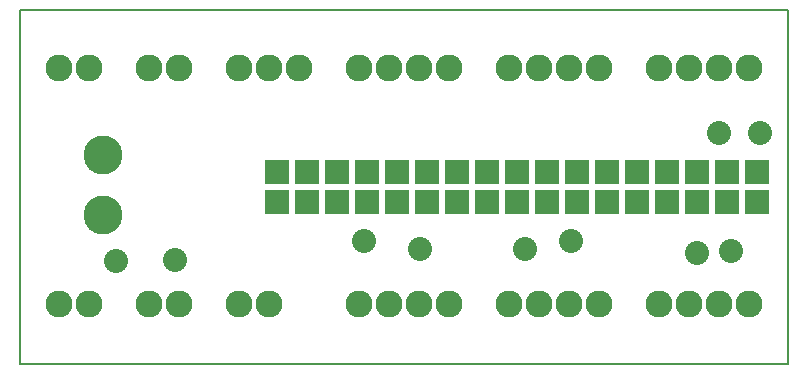
<source format=gbr>
G04 PROTEUS RS274X GERBER FILE*
%FSLAX45Y45*%
%MOMM*%
G01*
%ADD16C,2.032000*%
%AMPPAD008*
4,1,36,
-0.889000,-1.016000,
0.889000,-1.016000,
0.914970,-1.013470,
0.938980,-1.006200,
0.960580,-0.994650,
0.979290,-0.979290,
0.994650,-0.960570,
1.006200,-0.938980,
1.013470,-0.914970,
1.016000,-0.889000,
1.016000,0.889000,
1.013470,0.914970,
1.006200,0.938980,
0.994650,0.960570,
0.979290,0.979290,
0.960580,0.994650,
0.938980,1.006200,
0.914970,1.013470,
0.889000,1.016000,
-0.889000,1.016000,
-0.914970,1.013470,
-0.938980,1.006200,
-0.960580,0.994650,
-0.979290,0.979290,
-0.994650,0.960570,
-1.006200,0.938980,
-1.013470,0.914970,
-1.016000,0.889000,
-1.016000,-0.889000,
-1.013470,-0.914970,
-1.006200,-0.938980,
-0.994650,-0.960570,
-0.979290,-0.979290,
-0.960580,-0.994650,
-0.938980,-1.006200,
-0.914970,-1.013470,
-0.889000,-1.016000,
0*%
%ADD18PPAD008*%
%ADD19C,3.302000*%
%ADD70C,2.286000*%
%ADD17C,0.203200*%
D16*
X+3009900Y+457200D03*
X+2667000Y+457200D03*
X+1409700Y-457200D03*
X-342900Y-457200D03*
X-1943078Y-620000D03*
X+133379Y-531172D03*
X+2478874Y-563589D03*
X+2766817Y-542613D03*
X+1020091Y-527358D03*
X-2438400Y-630000D03*
D18*
X-1082000Y+127000D03*
X-828000Y+127000D03*
X-574000Y+127000D03*
X-320000Y+127000D03*
X-66000Y+127000D03*
X+188000Y+127000D03*
X+442000Y+127000D03*
X+696000Y+127000D03*
X+950000Y+127000D03*
X+1204000Y+127000D03*
X+1458000Y+127000D03*
X+1712000Y+127000D03*
X+1966000Y+127000D03*
X+2220000Y+127000D03*
X+2474000Y+127000D03*
X+2728000Y+127000D03*
X+2982000Y+127000D03*
X+2982000Y-127000D03*
X+2728000Y-127000D03*
X+2474000Y-127000D03*
X+2220000Y-127000D03*
X+1966000Y-127000D03*
X+1712000Y-127000D03*
X+1458000Y-127000D03*
X+1204000Y-127000D03*
X+950000Y-127000D03*
X+696000Y-127000D03*
X+442000Y-127000D03*
X+188000Y-127000D03*
X-66000Y-127000D03*
X-320000Y-127000D03*
X-574000Y-127000D03*
X-828000Y-127000D03*
X-1082000Y-127000D03*
D19*
X-2554000Y-241000D03*
X-2554000Y+267000D03*
D70*
X-2925000Y+1002000D03*
X-2671000Y+1002000D03*
X-2163000Y+1002000D03*
X-1909000Y+1002000D03*
X-1401000Y+1002000D03*
X-1147000Y+1002000D03*
X-893000Y+1002000D03*
X-385000Y+1002000D03*
X-131000Y+1002000D03*
X+123000Y+1002000D03*
X+377000Y+1002000D03*
X+885000Y+1002000D03*
X+1139000Y+1002000D03*
X+1393000Y+1002000D03*
X+1647000Y+1002000D03*
X+2155000Y+1002000D03*
X+2409000Y+1002000D03*
X+2663000Y+1002000D03*
X+2917000Y+1002000D03*
X+2160000Y-990000D03*
X+2414000Y-990000D03*
X+2668000Y-990000D03*
X+2922000Y-990000D03*
X+890000Y-990000D03*
X+1144000Y-990000D03*
X+1398000Y-990000D03*
X+1652000Y-990000D03*
X-380000Y-990000D03*
X-126000Y-990000D03*
X+128000Y-990000D03*
X+382000Y-990000D03*
X-2163000Y-990600D03*
X-1909000Y-990600D03*
X-1401000Y-990600D03*
X-1147000Y-990600D03*
X-2921000Y-990600D03*
X-2667000Y-990600D03*
D17*
X-3250000Y-1500000D02*
X+3250000Y-1500000D01*
X+3250000Y+1500000D01*
X-3250000Y+1500000D01*
X-3250000Y-1500000D01*
M02*

</source>
